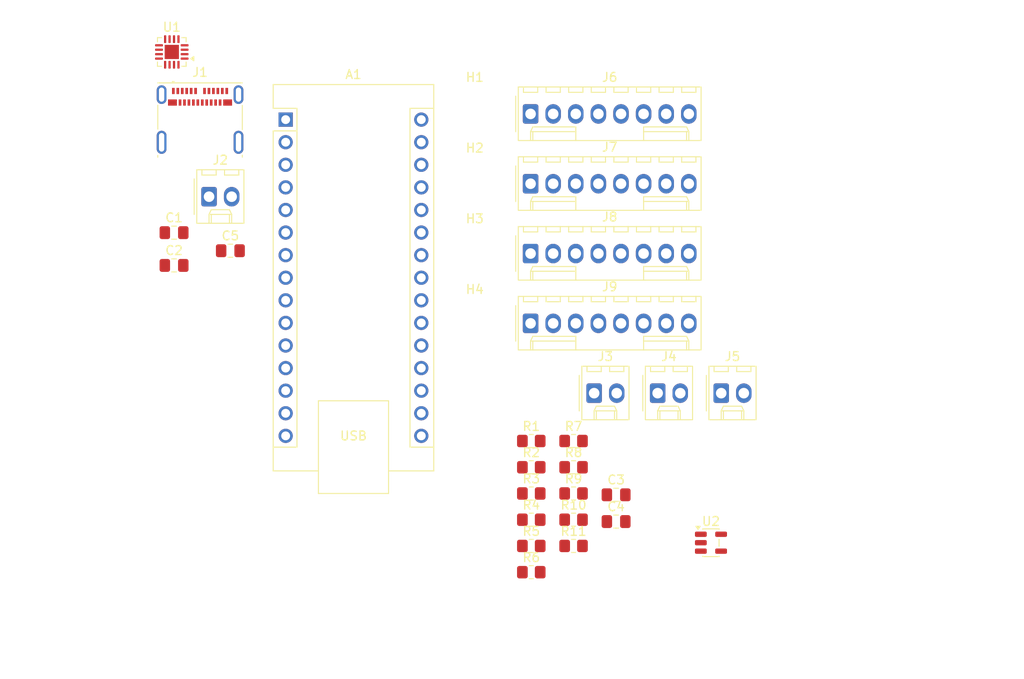
<source format=kicad_pcb>
(kicad_pcb (version 20241229) (generator "pcbnew") (generator_version "9.0")
  (layers (0 "F.Cu" signal) (2 "B.Cu" signal) (13 "F.Paste" user) (15 "B.Paste" user) (5 "F.SilkS" user "F.Silkscreen") (7 "B.SilkS" user "B.Silkscreen") (1 "F.Mask" user) (3 "B.Mask" user) (25 "Edge.Cuts" user))
  (net 0 "")
  (net 4 "Net-(A1-D11{slash}COPI)")
  (net 5 "/CS_IMU1")
  (net 7 "GND")
  (net 10 "/FSYNC")
  (net 16 "Net-(A1-D12{slash}CIPO)")
  (net 17 "Net-(A1-D13{slash}SCK)")
  (net 20 "/CS_IMU3")
  (net 23 "/CS_IMU2")
  (net 24 "/INT")
  (net 25 "/CS_IMU4")
  (net 30 "/VDD5V")
  (net 31 "/VSYS")
  (net 32 "+3V3_MAIN")
  (net 33 "/VBAT")
  (net 34 "Net-(J1-CC2)")
  (net 41 "Net-(J1-CC1)")
  (net 42 "Net-(J3-Pin_1)")
  (net 43 "Net-(J4-Pin_1)")
  (net 44 "Net-(J5-Pin_1)")
  (net 45 "/SPI_MOSI")
  (net 46 "/SPI_SCLK")
  (net 47 "/SPI_MISO")
  (net 48 "Net-(U1-ILIM)")
  (net 49 "Net-(U1-ISET)")
  (net 50 "Net-(U1-TS)")
  (footprint "Connector_Molex:Molex_KK-254_AE-6410-02A_1x02_P2.54mm_Vertical" (layer "F.Cu") (at 112.009 85.237)
    (property "Reference" "J2" (at 1.27 -4.12 0) (layer "F.SilkS"))
    (property "Value" "BAT")
    (pad "1" thru_hole roundrect (at 0 0) (size 1.74 2.19) (drill 1.19) (layers "*.Cu" "*.Mask") (roundrect_rratio 0.143678) (net 33 "/VBAT"))
    (pad "2" thru_hole oval (at 2.54 0) (size 1.74 2.19) (drill 1.19) (layers "*.Cu" "*.Mask") (net 7 "GND"))
  )
  (footprint "Connector_Molex:Molex_KK-254_AE-6410-02A_1x02_P2.54mm_Vertical" (layer "F.Cu") (at 162.4175 107.33)
    (property "Reference" "J4" (at 1.27 -4.12 0) (layer "F.SilkS"))
    (property "Value" "LED")
    (pad "1" thru_hole roundrect (at 0 0) (size 1.74 2.19) (drill 1.19) (layers "*.Cu" "*.Mask") (roundrect_rratio 0.143678) (net 43 "Net-(J4-Pin_1)"))
    (pad "2" thru_hole oval (at 2.54 0) (size 1.74 2.19) (drill 1.19) (layers "*.Cu" "*.Mask") (net 7 "GND"))
  )
  (footprint "Resistor_SMD:R_0805_2012Metric_Pad1.20x1.40mm_HandSolder" (layer "F.Cu") (at 148.2175 118.61)
    (property "Reference" "R3" (at 0 -1.65 0) (layer "F.SilkS"))
    (property "Value" "3.24k")
    (pad "1" smd roundrect (at -1 0) (size 1.2 1.4) (layers "F.Cu" "F.Mask" "F.Paste") (roundrect_rratio 0.208333) (net 7 "GND"))
    (pad "2" smd roundrect (at 1 0) (size 1.2 1.4) (layers "F.Cu" "F.Mask" "F.Paste") (roundrect_rratio 0.208333) (net 48 "Net-(U1-ILIM)"))
  )
  (footprint "Resistor_SMD:R_0805_2012Metric_Pad1.20x1.40mm_HandSolder" (layer "F.Cu") (at 152.9675 124.51)
    (property "Reference" "R11" (at 0 -1.65 0) (layer "F.SilkS"))
    (property "Value" "4.7k")
    (pad "1" smd roundrect (at -1 0) (size 1.2 1.4) (layers "F.Cu" "F.Mask" "F.Paste") (roundrect_rratio 0.208333) (net 42 "Net-(J3-Pin_1)"))
    (pad "2" smd roundrect (at 1 0) (size 1.2 1.4) (layers "F.Cu" "F.Mask" "F.Paste") (roundrect_rratio 0.208333) (net 10 "/FSYNC"))
  )
  (footprint "Capacitor_SMD:C_0805_2012Metric_Pad1.18x1.45mm_HandSolder" (layer "F.Cu") (at 157.7475 118.76)
    (property "Reference" "C3" (at 0 -1.68 0) (layer "F.SilkS"))
    (property "Value" "1uF")
    (pad "1" smd roundrect (at -1.0375 0) (size 1.175 1.45) (layers "F.Cu" "F.Mask" "F.Paste") (roundrect_rratio 0.212766) (net 31 "/VSYS"))
    (pad "2" smd roundrect (at 1.0375 0) (size 1.175 1.45) (layers "F.Cu" "F.Mask" "F.Paste") (roundrect_rratio 0.212766) (net 7 "GND"))
  )
  (footprint "Resistor_SMD:R_0805_2012Metric_Pad1.20x1.40mm_HandSolder" (layer "F.Cu") (at 152.9675 115.66)
    (property "Reference" "R8" (at 0 -1.65 0) (layer "F.SilkS"))
    (property "Value" "47")
    (pad "1" smd roundrect (at -1 0) (size 1.2 1.4) (layers "F.Cu" "F.Mask" "F.Paste") (roundrect_rratio 0.208333) (net 47 "/SPI_MISO"))
    (pad "2" smd roundrect (at 1 0) (size 1.2 1.4) (layers "F.Cu" "F.Mask" "F.Paste") (roundrect_rratio 0.208333) (net 16 "Net-(A1-D12{slash}CIPO)"))
  )
  (footprint "Capacitor_SMD:C_0805_2012Metric_Pad1.18x1.45mm_HandSolder" (layer "F.Cu") (at 157.7475 121.77)
    (property "Reference" "C4" (at 0 -1.68 0) (layer "F.SilkS"))
    (property "Value" "1uF")
    (pad "1" smd roundrect (at -1.0375 0) (size 1.175 1.45) (layers "F.Cu" "F.Mask" "F.Paste") (roundrect_rratio 0.212766) (net 32 "+3V3_MAIN"))
    (pad "2" smd roundrect (at 1.0375 0) (size 1.175 1.45) (layers "F.Cu" "F.Mask" "F.Paste") (roundrect_rratio 0.212766) (net 7 "GND"))
  )
  (footprint "Resistor_SMD:R_0805_2012Metric_Pad1.20x1.40mm_HandSolder" (layer "F.Cu") (at 152.9675 118.61)
    (property "Reference" "R9" (at 0 -1.65 0) (layer "F.SilkS"))
    (property "Value" "47")
    (pad "1" smd roundrect (at -1 0) (size 1.2 1.4) (layers "F.Cu" "F.Mask" "F.Paste") (roundrect_rratio 0.208333) (net 46 "/SPI_SCLK"))
    (pad "2" smd roundrect (at 1 0) (size 1.2 1.4) (layers "F.Cu" "F.Mask" "F.Paste") (roundrect_rratio 0.208333) (net 17 "Net-(A1-D13{slash}SCK)"))
  )
  (footprint "Resistor_SMD:R_0805_2012Metric_Pad1.20x1.40mm_HandSolder" (layer "F.Cu") (at 152.9675 121.56)
    (property "Reference" "R10" (at 0 -1.65 0) (layer "F.SilkS"))
    (property "Value" "1k")
    (pad "1" smd roundrect (at -1 0) (size 1.2 1.4) (layers "F.Cu" "F.Mask" "F.Paste") (roundrect_rratio 0.208333) (net 43 "Net-(J4-Pin_1)"))
    (pad "2" smd roundrect (at 1 0) (size 1.2 1.4) (layers "F.Cu" "F.Mask" "F.Paste") (roundrect_rratio 0.208333) (net 31 "/VSYS"))
  )
  (footprint "Connector_Molex:Molex_KK-254_AE-6410-08A_1x08_P2.54mm_Vertical" (layer "F.Cu") (at 148.1375 91.63)
    (property "Reference" "J8" (at 8.89 -4.12 0) (layer "F.SilkS"))
    (property "Value" "Hip_IMU")
    (pad "1" thru_hole roundrect (at 0 0) (size 1.74 2.19) (drill 1.19) (layers "*.Cu" "*.Mask") (roundrect_rratio 0.143678) (net 7 "GND"))
    (pad "2" thru_hole oval (at 2.54 0) (size 1.74 2.19) (drill 1.19) (layers "*.Cu" "*.Mask") (net 32 "+3V3_MAIN"))
    (pad "3" thru_hole oval (at 5.08 0) (size 1.74 2.19) (drill 1.19) (layers "*.Cu" "*.Mask") (net 46 "/SPI_SCLK"))
    (pad "4" thru_hole oval (at 7.62 0) (size 1.74 2.19) (drill 1.19) (layers "*.Cu" "*.Mask") (net 45 "/SPI_MOSI"))
    (pad "5" thru_hole oval (at 10.16 0) (size 1.74 2.19) (drill 1.19) (layers "*.Cu" "*.Mask") (net 47 "/SPI_MISO"))
    (pad "6" thru_hole oval (at 12.7 0) (size 1.74 2.19) (drill 1.19) (layers "*.Cu" "*.Mask") (net 20 "/CS_IMU3"))
    (pad "7" thru_hole oval (at 15.24 0) (size 1.74 2.19) (drill 1.19) (layers "*.Cu" "*.Mask") (net 24 "/INT"))
    (pad "8" thru_hole oval (at 17.78 0) (size 1.74 2.19) (drill 1.19) (layers "*.Cu" "*.Mask") (net 10 "/FSYNC"))
  )
  (footprint "Connector_Molex:Molex_KK-254_AE-6410-08A_1x08_P2.54mm_Vertical" (layer "F.Cu") (at 148.1375 83.78)
    (property "Reference" "J7" (at 8.89 -4.12 0) (layer "F.SilkS"))
    (property "Value" "Elbow_IMU")
    (pad "1" thru_hole roundrect (at 0 0) (size 1.74 2.19) (drill 1.19) (layers "*.Cu" "*.Mask") (roundrect_rratio 0.143678) (net 7 "GND"))
    (pad "2" thru_hole oval (at 2.54 0) (size 1.74 2.19) (drill 1.19) (layers "*.Cu" "*.Mask") (net 32 "+3V3_MAIN"))
    (pad "3" thru_hole oval (at 5.08 0) (size 1.74 2.19) (drill 1.19) (layers "*.Cu" "*.Mask") (net 46 "/SPI_SCLK"))
    (pad "4" thru_hole oval (at 7.62 0) (size 1.74 2.19) (drill 1.19) (layers "*.Cu" "*.Mask") (net 45 "/SPI_MOSI"))
    (pad "5" thru_hole oval (at 10.16 0) (size 1.74 2.19) (drill 1.19) (layers "*.Cu" "*.Mask") (net 47 "/SPI_MISO"))
    (pad "6" thru_hole oval (at 12.7 0) (size 1.74 2.19) (drill 1.19) (layers "*.Cu" "*.Mask") (net 23 "/CS_IMU2"))
    (pad "7" thru_hole oval (at 15.24 0) (size 1.74 2.19) (drill 1.19) (layers "*.Cu" "*.Mask") (net 24 "/INT"))
    (pad "8" thru_hole oval (at 17.78 0) (size 1.74 2.19) (drill 1.19) (layers "*.Cu" "*.Mask") (net 10 "/FSYNC"))
  )
  (footprint "Capacitor_SMD:C_0805_2012Metric_Pad1.18x1.45mm_HandSolder" (layer "F.Cu") (at 114.4055 91.313)
    (property "Reference" "C5" (at 0 -1.68 0) (layer "F.SilkS"))
    (property "Value" "10uF")
    (pad "1" smd roundrect (at -1.0375 0) (size 1.175 1.45) (layers "F.Cu" "F.Mask" "F.Paste") (roundrect_rratio 0.212766) (net 33 "/VBAT"))
    (pad "2" smd roundrect (at 1.0375 0) (size 1.175 1.45) (layers "F.Cu" "F.Mask" "F.Paste") (roundrect_rratio 0.212766) (net 7 "GND"))
  )
  (footprint "MountingHole:MountingHole_3.2mm_M3" (layer "F.Cu") (at 141.8675 75.96)
    (property "Reference" "H1" (at 0 -4.15 0) (layer "F.SilkS"))
    (property "Value" "MountingHole")
    (pad "" np_thru_hole circle (at 0 0) (size 3.2 3.2) (drill 3.2) (layers "*.Cu" "*.Mask"))
  )
  (footprint "Module:Arduino_Nano" (layer "F.Cu") (at 120.6175 76.57)
    (property "Reference" "A1" (at 7.62 -5.08 0) (layer "F.SilkS"))
    (property "Value" "Arduino_Nano_ESP32")
    (fp_text user "USB" (at 7.62 35.56 0) (layer "F.SilkS"))
    (pad "1" thru_hole rect (at 0 0) (size 1.6 1.6) (drill 1) (layers "*.Cu" "*.Mask"))
    (pad "2" thru_hole oval (at 0 2.54) (size 1.6 1.6) (drill 1) (layers "*.Cu" "*.Mask"))
    (pad "3" thru_hole oval (at 0 5.08) (size 1.6 1.6) (drill 1) (layers "*.Cu" "*.Mask"))
    (pad "4" thru_hole oval (at 0 7.62) (size 1.6 1.6) (drill 1) (layers "*.Cu" "*.Mask") (net 7 "GND"))
    (pad "5" thru_hole oval (at 0 10.16) (size 1.6 1.6) (drill 1) (layers "*.Cu" "*.Mask"))
    (pad "6" thru_hole oval (at 0 12.7) (size 1.6 1.6) (drill 1) (layers "*.Cu" "*.Mask"))
    (pad "7" thru_hole oval (at 0 15.24) (size 1.6 1.6) (drill 1) (layers "*.Cu" "*.Mask"))
    (pad "8" thru_hole oval (at 0 17.78) (size 1.6 1.6) (drill 1) (layers "*.Cu" "*.Mask") (net 24 "/INT"))
    (pad "9" thru_hole oval (at 0 20.32) (size 1.6 1.6) (drill 1) (layers "*.Cu" "*.Mask") (net 10 "/FSYNC"))
    (pad "10" thru_hole oval (at 0 22.86) (size 1.6 1.6) (drill 1) (layers "*.Cu" "*.Mask") (net 25 "/CS_IMU4"))
    (pad "11" thru_hole oval (at 0 25.4) (size 1.6 1.6) (drill 1) (layers "*.Cu" "*.Mask") (net 20 "/CS_IMU3"))
    (pad "12" thru_hole oval (at 0 27.94) (size 1.6 1.6) (drill 1) (layers "*.Cu" "*.Mask") (net 23 "/CS_IMU2"))
    (pad "13" thru_hole oval (at 0 30.48) (size 1.6 1.6) (drill 1) (layers "*.Cu" "*.Mask") (net 5 "/CS_IMU1"))
    (pad "14" thru_hole oval (at 0 33.02) (size 1.6 1.6) (drill 1) (layers "*.Cu" "*.Mask") (net 4 "Net-(A1-D11{slash}COPI)"))
    (pad "15" thru_hole oval (at 0 35.56) (size 1.6 1.6) (drill 1) (layers "*.Cu" "*.Mask") (net 16 "Net-(A1-D12{slash}CIPO)"))
    (pad "16" thru_hole oval (at 15.24 35.56) (size 1.6 1.6) (drill 1) (layers "*.Cu" "*.Mask") (net 17 "Net-(A1-D13{slash}SCK)"))
    (pad "17" thru_hole oval (at 15.24 33.02) (size 1.6 1.6) (drill 1) (layers "*.Cu" "*.Mask"))
    (pad "18" thru_hole oval (at 15.24 30.48) (size 1.6 1.6) (drill 1) (layers "*.Cu" "*.Mask"))
    (pad "19" thru_hole oval (at 15.24 27.94) (size 1.6 1.6) (drill 1) (layers "*.Cu" "*.Mask"))
    (pad "20" thru_hole oval (at 15.24 25.4) (size 1.6 1.6) (drill 1) (layers "*.Cu" "*.Mask"))
    (pad "21" thru_hole oval (at 15.24 22.86) (size 1.6 1.6) (drill 1) (layers "*.Cu" "*.Mask"))
    (pad "22" thru_hole oval (at 15.24 20.32) (size 1.6 1.6) (drill 1) (layers "*.Cu" "*.Mask"))
    (pad "23" thru_hole oval (at 15.24 17.78) (size 1.6 1.6) (drill 1) (layers "*.Cu" "*.Mask"))
    (pad "24" thru_hole oval (at 15.24 15.24) (size 1.6 1.6) (drill 1) (layers "*.Cu" "*.Mask"))
    (pad "25" thru_hole oval (at 15.24 12.7) (size 1.6 1.6) (drill 1) (layers "*.Cu" "*.Mask"))
    (pad "26" thru_hole oval (at 15.24 10.16) (size 1.6 1.6) (drill 1) (layers "*.Cu" "*.Mask"))
    (pad "27" thru_hole oval (at 15.24 7.62) (size 1.6 1.6) (drill 1) (layers "*.Cu" "*.Mask"))
    (pad "28" thru_hole oval (at 15.24 5.08) (size 1.6 1.6) (drill 1) (layers "*.Cu" "*.Mask"))
    (pad "29" thru_hole oval (at 15.24 2.54) (size 1.6 1.6) (drill 1) (layers "*.Cu" "*.Mask") (net 7 "GND"))
    (pad "30" thru_hole oval (at 15.24 0) (size 1.6 1.6) (drill 1) (layers "*.Cu" "*.Mask"))
  )
  (footprint "Connector_Molex:Molex_KK-254_AE-6410-08A_1x08_P2.54mm_Vertical" (layer "F.Cu") (at 148.1375 75.93)
    (property "Reference" "J6" (at 8.89 -4.12 0) (layer "F.SilkS"))
    (property "Value" "Wrist_IMU")
    (pad "1" thru_hole roundrect (at 0 0) (size 1.74 2.19) (drill 1.19) (layers "*.Cu" "*.Mask") (roundrect_rratio 0.143678) (net 7 "GND"))
    (pad "2" thru_hole oval (at 2.54 0) (size 1.74 2.19) (drill 1.19) (layers "*.Cu" "*.Mask") (net 32 "+3V3_MAIN"))
    (pad "3" thru_hole oval (at 5.08 0) (size 1.74 2.19) (drill 1.19) (layers "*.Cu" "*.Mask") (net 46 "/SPI_SCLK"))
    (pad "4" thru_hole oval (at 7.62 0) (size 1.74 2.19) (drill 1.19) (layers "*.Cu" "*.Mask") (net 45 "/SPI_MOSI"))
    (pad "5" thru_hole oval (at 10.16 0) (size 1.74 2.19) (drill 1.19) (layers "*.Cu" "*.Mask") (net 47 "/SPI_MISO"))
    (pad "6" thru_hole oval (at 12.7 0) (size 1.74 2.19) (drill 1.19) (layers "*.Cu" "*.Mask") (net 5 "/CS_IMU1"))
    (pad "7" thru_hole oval (at 15.24 0) (size 1.74 2.19) (drill 1.19) (layers "*.Cu" "*.Mask") (net 24 "/INT"))
    (pad "8" thru_hole oval (at 17.78 0) (size 1.74 2.19) (drill 1.19) (layers "*.Cu" "*.Mask") (net 10 "/FSYNC"))
  )
  (footprint "Capacitor_SMD:C_0805_2012Metric_Pad1.18x1.45mm_HandSolder" (layer "F.Cu") (at 108.077 89.281)
    (property "Reference" "C1" (at 0 -1.68 0) (layer "F.SilkS"))
    (property "Value" "4.7uF")
    (pad "1" smd roundrect (at -1.0375 0) (size 1.175 1.45) (layers "F.Cu" "F.Mask" "F.Paste") (roundrect_rratio 0.212766) (net 30 "/VDD5V"))
    (pad "2" smd roundrect (at 1.0375 0) (size 1.175 1.45) (layers "F.Cu" "F.Mask" "F.Paste") (roundrect_rratio 0.212766) (net 7 "GND"))
  )
  (footprint "Capacitor_SMD:C_0805_2012Metric_Pad1.18x1.45mm_HandSolder" (layer "F.Cu") (at 108.077 92.964)
    (property "Reference" "C2" (at 0 -1.68 0) (layer "F.SilkS"))
    (property "Value" "10uF")
    (pad "1" smd roundrect (at -1.0375 0) (size 1.175 1.45) (layers "F.Cu" "F.Mask" "F.Paste") (roundrect_rratio 0.212766) (net 31 "/VSYS"))
    (pad "2" smd roundrect (at 1.0375 0) (size 1.175 1.45) (layers "F.Cu" "F.Mask" "F.Paste") (roundrect_rratio 0.212766) (net 7 "GND"))
  )
  (footprint "MountingHole:MountingHole_3.2mm_M3" (layer "F.Cu") (at 141.8675 91.86)
    (property "Reference" "H3" (at 0 -4.15 0) (layer "F.SilkS"))
    (property "Value" "MountingHole")
    (pad "" np_thru_hole circle (at 0 0) (size 3.2 3.2) (drill 3.2) (layers "*.Cu" "*.Mask"))
  )
  (footprint "Connector_Molex:Molex_KK-254_AE-6410-08A_1x08_P2.54mm_Vertical" (layer "F.Cu") (at 148.1375 99.48)
    (property "Reference" "J9" (at 8.89 -4.12 0) (layer "F.SilkS"))
    (property "Value" "Knee_IMU")
    (pad "1" thru_hole roundrect (at 0 0) (size 1.74 2.19) (drill 1.19) (layers "*.Cu" "*.Mask") (roundrect_rratio 0.143678) (net 7 "GND"))
    (pad "2" thru_hole oval (at 2.54 0) (size 1.74 2.19) (drill 1.19) (layers "*.Cu" "*.Mask") (net 32 "+3V3_MAIN"))
    (pad "3" thru_hole oval (at 5.08 0) (size 1.74 2.19) (drill 1.19) (layers "*.Cu" "*.Mask") (net 46 "/SPI_SCLK"))
    (pad "4" thru_hole oval (at 7.62 0) (size 1.74 2.19) (drill 1.19) (layers "*.Cu" "*.Mask") (net 45 "/SPI_MOSI"))
    (pad "5" thru_hole oval (at 10.16 0) (size 1.74 2.19) (drill 1.19) (layers "*.Cu" "*.Mask") (net 47 "/SPI_MISO"))
    (pad "6" thru_hole oval (at 12.7 0) (size 1.74 2.19) (drill 1.19) (layers "*.Cu" "*.Mask") (net 25 "/CS_IMU4"))
    (pad "7" thru_hole oval (at 15.24 0) (size 1.74 2.19) (drill 1.19) (layers "*.Cu" "*.Mask") (net 24 "/INT"))
    (pad "8" thru_hole oval (at 17.78 0) (size 1.74 2.19) (drill 1.19) (layers "*.Cu" "*.Mask") (net 10 "/FSYNC"))
  )
  (footprint "Resistor_SMD:R_0805_2012Metric_Pad1.20x1.40mm_HandSolder" (layer "F.Cu") (at 148.2175 115.66)
    (property "Reference" "R2" (at 0 -1.65 0) (layer "F.SilkS"))
    (property "Value" "5.1k")
    (pad "1" smd roundrect (at -1 0) (size 1.2 1.4) (layers "F.Cu" "F.Mask" "F.Paste") (roundrect_rratio 0.208333) (net 34 "Net-(J1-CC2)"))
    (pad "2" smd roundrect (at 1 0) (size 1.2 1.4) (layers "F.Cu" "F.Mask" "F.Paste") (roundrect_rratio 0.208333) (net 7 "GND"))
  )
  (footprint "Resistor_SMD:R_0805_2012Metric_Pad1.20x1.40mm_HandSolder" (layer "F.Cu") (at 152.9675 112.71)
    (property "Reference" "R7" (at 0 -1.65 0) (layer "F.SilkS"))
    (property "Value" "47")
    (pad "1" smd roundrect (at -1 0) (size 1.2 1.4) (layers "F.Cu" "F.Mask" "F.Paste") (roundrect_rratio 0.208333) (net 45 "/SPI_MOSI"))
    (pad "2" smd roundrect (at 1 0) (size 1.2 1.4) (layers "F.Cu" "F.Mask" "F.Paste") (roundrect_rratio 0.208333) (net 4 "Net-(A1-D11{slash}COPI)"))
  )
  (footprint "MountingHole:MountingHole_3.2mm_M3" (layer "F.Cu") (at 141.8675 99.81)
    (property "Reference" "H4" (at 0 -4.15 0) (layer "F.SilkS"))
    (property "Value" "MountingHole")
    (pad "" np_thru_hole circle (at 0 0) (size 3.2 3.2) (drill 3.2) (layers "*.Cu" "*.Mask"))
  )
  (footprint "Package_DFN_QFN:VQFN-16-1EP_3x3mm_P0.5mm_EP1.6x1.6mm" (layer "F.Cu") (at 107.823 68.961 180)
    (property "Reference" "U1" (at 0 2.794 0) (layer "F.SilkS"))
    (property "Value" "BQ24074RGT")
    (pad "1" smd roundrect (at -1.4375 -0.75 180) (size 0.875 0.25) (layers "F.Cu" "F.Mask" "F.Paste") (net 50 "Net-(U1-TS)"))
    (pad "2" smd roundrect (at -1.4375 -0.25 180) (size 0.875 0.25) (layers "F.Cu" "F.Mask" "F.Paste") (net 33 "/VBAT"))
    (pad "3" smd roundrect (at -1.4375 0.25 180) (size 0.875 0.25) (layers "F.Cu" "F.Mask" "F.Paste") (net 33 "/VBAT"))
    (pad "4" smd roundrect (at -1.4375 0.75 180) (size 0.875 0.25) (layers "F.Cu" "F.Mask" "F.Paste") (net 7 "GND"))
    (pad "5" smd roundrect (at -0.75 1.4375 180) (size 0.25 0.875) (layers "F.Cu" "F.Mask" "F.Paste") (net 7 "GND"))
    (pad "6" smd roundrect (at -0.25 1.4375 180) (size 0.25 0.875) (layers "F.Cu" "F.Mask" "F.Paste") (net 30 "/VDD5V"))
    (pad "7" smd roundrect (at 0.25 1.4375 180) (size 0.25 0.875) (layers "F.Cu" "F.Mask" "F.Paste"))
    (pad "8" smd roundrect (at 0.75 1.4375 180) (size 0.25 0.875) (layers "F.Cu" "F.Mask" "F.Paste") (net 7 "GND"))
    (pad "9" smd roundrect (at 1.4375 0.75 180) (size 0.875 0.25) (layers "F.Cu" "F.Mask" "F.Paste"))
    (pad "10" smd roundrect (at 1.4375 0.25 180) (size 0.875 0.25) (layers "F.Cu" "F.Mask" "F.Paste") (net 31 "/VSYS"))
    (pad "11" smd roundrect (at 1.4375 -0.25 180) (size 0.875 0.25) (layers "F.Cu" "F.Mask" "F.Paste") (net 31 "/VSYS"))
    (pad "12" smd roundrect (at 1.4375 -0.75 180) (size 0.875 0.25) (layers "F.Cu" "F.Mask" "F.Paste") (net 48 "Net-(U1-ILIM)"))
    (pad "13" smd roundrect (at 0.75 -1.4375 180) (size 0.25 0.875) (layers "F.Cu" "F.Mask" "F.Paste") (net 30 "/VDD5V"))
    (pad "14" smd roundrect (at 0.25 -1.4375 180) (size 0.25 0.875) (layers "F.Cu" "F.Mask" "F.Paste"))
    (pad "15" smd roundrect (at -0.25 -1.4375 180) (size 0.25 0.875) (layers "F.Cu" "F.Mask" "F.Paste"))
    (pad "16" smd roundrect (at -0.75 -1.4375 180) (size 0.25 0.875) (layers "F.Cu" "F.Mask" "F.Paste") (net 49 "Net-(U1-ISET)"))
    (pad "17" smd rect (at 0 0 180) (size 1.6 1.6) (property pad_prop_heatsink) (layers "F.Cu" "F.Mask") (net 7 "GND"))
  )
  (footprint "Connector_USB:USB_C_Receptacle_Molex_105450-0101" (layer "F.Cu") (at 110.998 76.565)
    (property "Reference" "J1" (at 0 -5.315 0) (layer "F.SilkS"))
    (property "Value" "USB_C_Receptacle_USB2.0_16P")
    (pad "A1" smd rect (at -3 -3.215) (size 0.3 0.7) (layers "F.Cu" "F.Mask" "F.Paste") (net 7 "GND"))
    (pad "A2" smd rect (at -2.5 -3.215) (size 0.3 0.7) (layers "F.Cu" "F.Mask" "F.Paste"))
    (pad "A3" smd rect (at -2 -3.215) (size 0.3 0.7) (layers "F.Cu" "F.Mask" "F.Paste"))
    (pad "A4" smd rect (at -1.5 -3.215) (size 0.3 0.7) (layers "F.Cu" "F.Mask" "F.Paste") (net 30 "/VDD5V"))
    (pad "A5" smd rect (at -1 -3.215) (size 0.3 0.7) (layers "F.Cu" "F.Mask" "F.Paste") (net 41 "Net-(J1-CC1)"))
    (pad "A6" smd rect (at -0.5 -3.215) (size 0.3 0.7) (layers "F.Cu" "F.Mask" "F.Paste"))
    (pad "A7" smd rect (at 0.5 -3.215) (size 0.3 0.7) (layers "F.Cu" "F.Mask" "F.Paste"))
    (pad "A8" smd rect (at 1 -3.215) (size 0.3 0.7) (layers "F.Cu" "F.Mask" "F.Paste"))
    (pad "A9" smd rect (at 1.5 -3.215) (size 0.3 0.7) (layers "F.Cu" "F.Mask" "F.Paste") (net 30 "/VDD5V"))
    (pad "A10" smd rect (at 2 -3.215) (size 0.3 0.7) (layers "F.Cu" "F.Mask" "F.Paste"))
    (pad "A11" smd rect (at 2.5 -3.215) (size 0.3 0.7) (layers "F.Cu" "F.Mask" "F.Paste"))
    (pad "A12" smd rect (at 3 -3.215) (size 0.3 0.7) (layers "F.Cu" "F.Mask" "F.Paste") (net 7 "GND"))
    (pad "B1" smd rect (at 3.1 -1.915) (size 1 0.7) (layers "F.Cu" "F.Mask" "F.Paste") (net 7 "GND"))
    (pad "B2" smd rect (at 2.25 -1.915) (size 0.3 0.7) (layers "F.Cu" "F.Mask" "F.Paste"))
    (pad "B3" smd rect (at 1.75 -1.915) (size 0.3 0.7) (layers "F.Cu" "F.Mask" "F.Paste"))
    (pad "B4" smd rect (at 1.25 -1.915) (size 0.3 0.7) (layers "F.Cu" "F.Mask" "F.Paste") (net 30 "/VDD5V"))
    (pad "B5" smd rect (at 0.75 -1.915) (size 0.3 0.7) (layers "F.Cu" "F.Mask" "F.Paste") (net 34 "Net-(J1-CC2)"))
    (pad "B6" smd rect (at 0.25 -1.915) (size 0.3 0.7) (layers "F.Cu" "F.Mask" "F.Paste"))
    (pad "B7" smd rect (at -0.25 -1.915) (size 0.3 0.7) (layers "F.Cu" "F.Mask" "F.Paste"))
    (pad "B8" smd rect (at -0.75 -1.915) (size 0.3 0.7) (layers "F.Cu" "F.Mask" "F.Paste"))
    (pad "B9" smd rect (at -1.25 -1.915) (size 0.3 0.7) (layers "F.Cu" "F.Mask" "F.Paste") (net 30 "/VDD5V"))
    (pad "B10" smd rect (at -1.75 -1.915) (size 0.3 0.7) (layers "F.Cu" "F.Mask" "F.Paste"))
    (pad "B11" smd rect (at -2.25 -1.915) (size 0.3 0.7) (layers "F.Cu" "F.Mask" "F.Paste"))
    (pad "B12" smd rect (at -3.1 -1.915) (size 1 0.7) (layers "F.Cu" "F.Mask" "F.Paste") (net 7 "GND"))
    (pad "S1" thru_hole oval (at -4.32 -2.805) (size 1.1 2.1) (drill oval 0.6 1.6) (property pad_prop_heatsink) (layers "*.Cu" "*.Mask") (net 7 "GND"))
    (pad "S1" thru_hole oval (at -4.32 2.555) (size 1.1 2.6) (drill oval 0.6 2.1) (property pad_prop_heatsink) (layers "*.Cu" "*.Mask") (net 7 "GND"))
    (pad "S1" thru_hole oval (at 4.32 -2.805) (size 1.1 2.1) (drill oval 0.6 1.6) (property pad_prop_heatsink) (layers "*.Cu" "*.Mask") (net 7 "GND"))
    (pad "S1" thru_hole oval (at 4.32 2.555) (size 1.1 2.6) (drill oval 0.6 2.1) (property pad_prop_heatsink) (layers "*.Cu" "*.Mask") (net 7 "GND"))
  )
  (footprint "Resistor_SMD:R_0805_2012Metric_Pad1.20x1.40mm_HandSolder" (layer "F.Cu") (at 148.2175 124.51)
    (property "Reference" "R5" (at 0 -1.65 0) (layer "F.SilkS"))
    (property "Value" "1k")
    (pad "1" smd roundrect (at -1 0) (size 1.2 1.4) (layers "F.Cu" "F.Mask" "F.Paste") (roundrect_rratio 0.208333) (net 44 "Net-(J5-Pin_1)"))
    (pad "2" smd roundrect (at 1 0) (size 1.2 1.4) (layers "F.Cu" "F.Mask" "F.Paste") (roundrect_rratio 0.208333) (net 32 "+3V3_MAIN"))
  )
  (footprint "Resistor_SMD:R_0805_2012Metric_Pad1.20x1.40mm_HandSolder" (layer "F.Cu") (at 148.2175 127.46)
    (property "Reference" "R6" (at 0 -1.65 0) (layer "F.SilkS"))
    (property "Value" "10k")
    (pad "1" smd roundrect (at -1 0) (size 1.2 1.4) (layers "F.Cu" "F.Mask" "F.Paste") (roundrect_rratio 0.208333) (net 7 "GND"))
    (pad "2" smd roundrect (at 1 0) (size 1.2 1.4) (layers "F.Cu" "F.Mask" "F.Paste") (roundrect_rratio 0.208333) (net 50 "Net-(U1-TS)"))
  )
  (footprint "Resistor_SMD:R_0805_2012Metric_Pad1.20x1.40mm_HandSolder" (layer "F.Cu") (at 148.2175 112.71)
    (property "Reference" "R1" (at 0 -1.65 0) (layer "F.SilkS"))
    (property "Value" "5.1k")
    (pad "1" smd roundrect (at -1 0) (size 1.2 1.4) (layers "F.Cu" "F.Mask" "F.Paste") (roundrect_rratio 0.208333) (net 41 "Net-(J1-CC1)"))
    (pad "2" smd roundrect (at 1 0) (size 1.2 1.4) (layers "F.Cu" "F.Mask" "F.Paste") (roundrect_rratio 0.208333) (net 7 "GND"))
  )
  (footprint "Connector_Molex:Molex_KK-254_AE-6410-02A_1x02_P2.54mm_Vertical" (layer "F.Cu") (at 169.5575 107.33)
    (property "Reference" "J5" (at 1.27 -4.12 0) (layer "F.SilkS"))
    (property "Value" "LED")
    (pad "1" thru_hole roundrect (at 0 0) (size 1.74 2.19) (drill 1.19) (layers "*.Cu" "*.Mask") (roundrect_rratio 0.143678) (net 44 "Net-(J5-Pin_1)"))
    (pad "2" thru_hole oval (at 2.54 0) (size 1.74 2.19) (drill 1.19) (layers "*.Cu" "*.Mask") (net 7 "GND"))
  )
  (footprint "Package_TO_SOT_SMD:SOT-23-5" (layer "F.Cu") (at 168.4075 124.145)
    (property "Reference" "U2" (at 0 -2.4 0) (layer "F.SilkS"))
    (property "Value" "TLV75533PDBV")
    (pad "1" smd roundrect (at -1.1375 -0.95) (size 1.325 0.6) (layers "F.Cu" "F.Mask" "F.Paste") (net 31 "/VSYS"))
    (pad "2" smd roundrect (at -1.1375 0) (size 1.325 0.6) (layers "F.Cu" "F.Mask" "F.Paste") (net 7 "GND"))
    (pad "3" smd roundrect (at -1.1375 0.95) (size 1.325 0.6) (layers "F.Cu" "F.Mask" "F.Paste") (net 31 "/VSYS"))
    (pad "4" smd roundrect (at 1.1375 0.95) (size 1.325 0.6) (layers "F.Cu" "F.Mask" "F.Paste"))
    (pad "5" smd roundrect (at 1.1375 -0.95) (size 1.325 0.6) (layers "F.Cu" "F.Mask" "F.Paste") (net 32 "+3V3_MAIN"))
  )
  (footprint "MountingHole:MountingHole_3.2mm_M3" (layer "F.Cu") (at 141.8675 83.91)
    (property "Reference" "H2" (at 0 -4.15 0) (layer "F.SilkS"))
    (property "Value" "MountingHole")
    (pad "" np_thru_hole circle (at 0 0) (size 3.2 3.2) (drill 3.2) (layers "*.Cu" "*.Mask"))
  )
  (footprint "Resistor_SMD:R_0805_2012Metric_Pad1.20x1.40mm_HandSolder" (layer "F.Cu") (at 148.2175 121.56)
    (property "Reference" "R4" (at 0 -1.65 0) (layer "F.SilkS"))
    (property "Value" "1.78k")
    (pad "1" smd roundrect (at -1 0) (size 1.2 1.4) (layers "F.Cu" "F.Mask" "F.Paste") (roundrect_rratio 0.208333) (net 7 "GND"))
    (pad "2" smd roundrect (at 1 0) (size 1.2 1.4) (layers "F.Cu" "F.Mask" "F.Paste") (roundrect_rratio 0.208333) (net 49 "Net-(U1-ISET)"))
  )
  (footprint "Connector_Molex:Molex_KK-254_AE-6410-02A_1x02_P2.54mm_Vertical" (layer "F.Cu") (at 155.2775 107.33)
    (property "Reference" "J3" (at 1.27 -4.12 0) (layer "F.SilkS"))
    (property "Value" "LED")
    (pad "1" thru_hole roundrect (at 0 0) (size 1.74 2.19) (drill 1.19) (layers "*.Cu" "*.Mask") (roundrect_rratio 0.143678) (net 42 "Net-(J3-Pin_1)"))
    (pad "2" thru_hole oval (at 2.54 0) (size 1.74 2.19) (drill 1.19) (layers "*.Cu" "*.Mask") (net 7 "GND"))
  )
)
</source>
